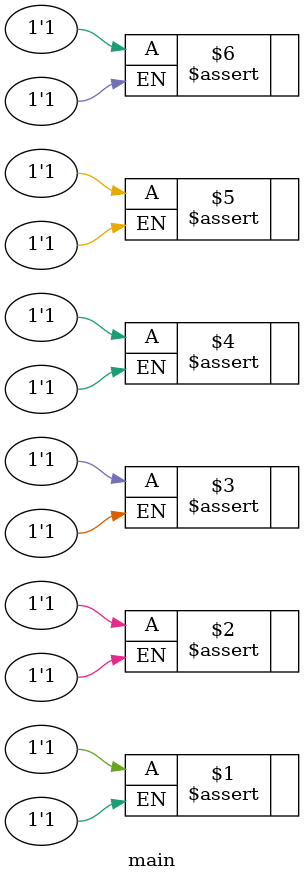
<source format=sv>
module main();

  assert property ($onehot('b0001000));
  assert property (!$onehot('b0101000));
  assert property (!$onehot('b00000));
  assert property ($onehot0('b00000));
  assert property ($onehot0('b000100));
  assert property (!$onehot0('b010100));

endmodule

</source>
